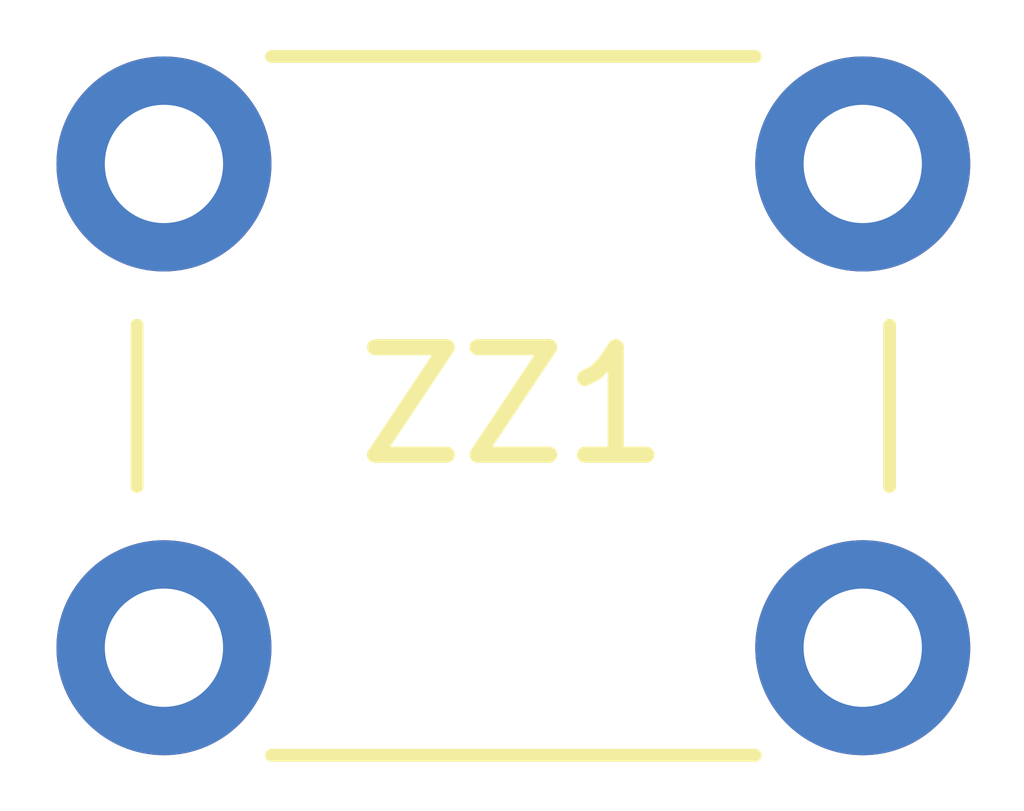
<source format=kicad_pcb>
(kicad_pcb (version 20171130) (host pcbnew "(5.1.9-0-10_14)")

  (general
    (thickness 1.6)
    (drawings 0)
    (tracks 0)
    (zones 0)
    (modules 1)
    (nets 3)
  )

  (page A4)
  (layers
    (0 F.Cu signal)
    (31 B.Cu signal)
    (32 B.Adhes user)
    (33 F.Adhes user)
    (34 B.Paste user)
    (35 F.Paste user)
    (36 B.SilkS user)
    (37 F.SilkS user)
    (38 B.Mask user)
    (39 F.Mask user)
    (40 Dwgs.User user)
    (41 Cmts.User user)
    (42 Eco1.User user)
    (43 Eco2.User user)
    (44 Edge.Cuts user)
    (45 Margin user)
    (46 B.CrtYd user hide)
    (47 F.CrtYd user hide)
    (48 B.Fab user hide)
    (49 F.Fab user hide)
  )

  (setup
    (last_trace_width 0.1524)
    (user_trace_width 0.1524)
    (user_trace_width 0.254)
    (user_trace_width 0.4064)
    (user_trace_width 0.635)
    (trace_clearance 0.1524)
    (zone_clearance 0.508)
    (zone_45_only no)
    (trace_min 0.1524)
    (via_size 0.6858)
    (via_drill 0.3048)
    (via_min_size 0.6858)
    (via_min_drill 0.3048)
    (uvia_size 0.3048)
    (uvia_drill 0.1524)
    (uvias_allowed no)
    (uvia_min_size 0.2)
    (uvia_min_drill 0.1)
    (edge_width 0.15)
    (segment_width 0.15)
    (pcb_text_width 0.3)
    (pcb_text_size 1.5 1.5)
    (mod_edge_width 0.15)
    (mod_text_size 1 1)
    (mod_text_width 0.15)
    (pad_size 1.524 1.524)
    (pad_drill 0.762)
    (pad_to_mask_clearance 0.2)
    (aux_axis_origin 0 0)
    (visible_elements FFFFFF7F)
    (pcbplotparams
      (layerselection 0x010fc_ffffffff)
      (usegerberextensions false)
      (usegerberattributes false)
      (usegerberadvancedattributes false)
      (creategerberjobfile false)
      (excludeedgelayer true)
      (linewidth 0.100000)
      (plotframeref false)
      (viasonmask false)
      (mode 1)
      (useauxorigin false)
      (hpglpennumber 1)
      (hpglpenspeed 20)
      (hpglpendiameter 15.000000)
      (psnegative false)
      (psa4output false)
      (plotreference true)
      (plotvalue true)
      (plotinvisibletext false)
      (padsonsilk false)
      (subtractmaskfromsilk false)
      (outputformat 1)
      (mirror false)
      (drillshape 1)
      (scaleselection 1)
      (outputdirectory ""))
  )

  (net 0 "")
  (net 1 +3V3)
  (net 2 "Net-(Pin0-Pad1)")

  (net_class Default "This is the default net class."
    (clearance 0.1524)
    (trace_width 0.1524)
    (via_dia 0.6858)
    (via_drill 0.3048)
    (uvia_dia 0.3048)
    (uvia_drill 0.1524)
    (diff_pair_width 0.1524)
    (diff_pair_gap 0.1524)
    (add_net +3V3)
    (add_net "Net-(Pin0-Pad1)")
  )

  (module Button_Switch_THT:SW_PUSH_6mm_H7.3mm locked (layer F.Cu) (tedit 5A02FE31) (tstamp 608AD239)
    (at -3.25 -2.25)
    (descr "tactile push button, 6x6mm e.g. PHAP33xx series, height=7.3mm")
    (tags "tact sw push 6mm")
    (path /5FD27819)
    (fp_text reference ZZ1 (at 3.25 2.25) (layer F.SilkS)
      (effects (font (size 1 1) (thickness 0.15)))
    )
    (fp_text value SW_Push_Dual (at 3.75 6.7) (layer F.Fab)
      (effects (font (size 1 1) (thickness 0.15)))
    )
    (fp_line (start 3.25 -0.75) (end 6.25 -0.75) (layer F.Fab) (width 0.1))
    (fp_line (start 6.25 -0.75) (end 6.25 5.25) (layer F.Fab) (width 0.1))
    (fp_line (start 6.25 5.25) (end 0.25 5.25) (layer F.Fab) (width 0.1))
    (fp_line (start 0.25 5.25) (end 0.25 -0.75) (layer F.Fab) (width 0.1))
    (fp_line (start 0.25 -0.75) (end 3.25 -0.75) (layer F.Fab) (width 0.1))
    (fp_line (start 7.75 6) (end 8 6) (layer F.CrtYd) (width 0.05))
    (fp_line (start 8 6) (end 8 5.75) (layer F.CrtYd) (width 0.05))
    (fp_line (start 7.75 -1.5) (end 8 -1.5) (layer F.CrtYd) (width 0.05))
    (fp_line (start 8 -1.5) (end 8 -1.25) (layer F.CrtYd) (width 0.05))
    (fp_line (start -1.5 -1.25) (end -1.5 -1.5) (layer F.CrtYd) (width 0.05))
    (fp_line (start -1.5 -1.5) (end -1.25 -1.5) (layer F.CrtYd) (width 0.05))
    (fp_line (start -1.5 5.75) (end -1.5 6) (layer F.CrtYd) (width 0.05))
    (fp_line (start -1.5 6) (end -1.25 6) (layer F.CrtYd) (width 0.05))
    (fp_line (start -1.25 -1.5) (end 7.75 -1.5) (layer F.CrtYd) (width 0.05))
    (fp_line (start -1.5 5.75) (end -1.5 -1.25) (layer F.CrtYd) (width 0.05))
    (fp_line (start 7.75 6) (end -1.25 6) (layer F.CrtYd) (width 0.05))
    (fp_line (start 8 -1.25) (end 8 5.75) (layer F.CrtYd) (width 0.05))
    (fp_line (start 1 5.5) (end 5.5 5.5) (layer F.SilkS) (width 0.12))
    (fp_line (start -0.25 1.5) (end -0.25 3) (layer F.SilkS) (width 0.12))
    (fp_line (start 5.5 -1) (end 1 -1) (layer F.SilkS) (width 0.12))
    (fp_line (start 6.75 3) (end 6.75 1.5) (layer F.SilkS) (width 0.12))
    (fp_circle (center 3.25 2.25) (end 1.25 2.5) (layer F.Fab) (width 0.1))
    (fp_text user %R (at 3.25 2.25) (layer F.Fab)
      (effects (font (size 1 1) (thickness 0.15)))
    )
    (pad 2 thru_hole circle (at 0 4.5 90) (size 2 2) (drill 1.1) (layers *.Cu *.Mask)
      (net 2 "Net-(Pin0-Pad1)"))
    (pad 1 thru_hole circle (at 0 0 90) (size 2 2) (drill 1.1) (layers *.Cu *.Mask)
      (net 1 +3V3))
    (pad 2 thru_hole circle (at 6.5 4.5 90) (size 2 2) (drill 1.1) (layers *.Cu *.Mask)
      (net 2 "Net-(Pin0-Pad1)"))
    (pad 1 thru_hole circle (at 6.5 0 90) (size 2 2) (drill 1.1) (layers *.Cu *.Mask)
      (net 1 +3V3))
    (model ${KISYS3DMOD}/Button_Switch_THT.3dshapes/SW_PUSH_6mm_H7.3mm.wrl
      (at (xyz 0 0 0))
      (scale (xyz 1 1 1))
      (rotate (xyz 0 0 0))
    )
  )

)

</source>
